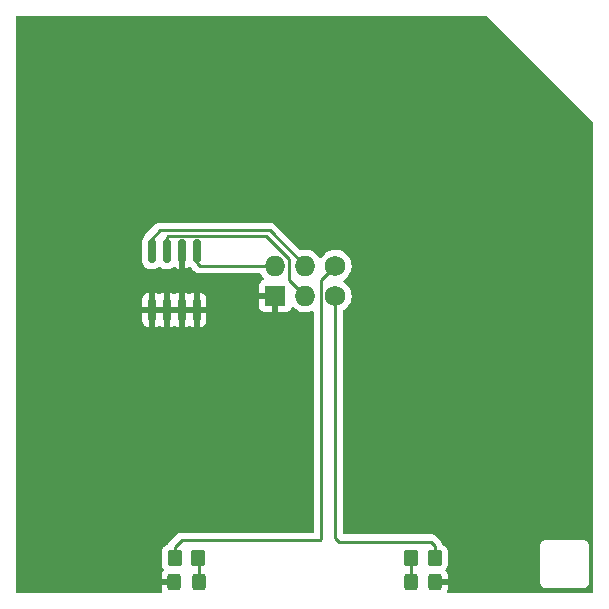
<source format=gbr>
%TF.GenerationSoftware,KiCad,Pcbnew,(6.0.4)*%
%TF.CreationDate,2022-04-09T23:35:01+02:00*%
%TF.ProjectId,diskette,6469736b-6574-4746-952e-6b696361645f,rev?*%
%TF.SameCoordinates,Original*%
%TF.FileFunction,Copper,L2,Bot*%
%TF.FilePolarity,Positive*%
%FSLAX46Y46*%
G04 Gerber Fmt 4.6, Leading zero omitted, Abs format (unit mm)*
G04 Created by KiCad (PCBNEW (6.0.4)) date 2022-04-09 23:35:01*
%MOMM*%
%LPD*%
G01*
G04 APERTURE LIST*
G04 Aperture macros list*
%AMRoundRect*
0 Rectangle with rounded corners*
0 $1 Rounding radius*
0 $2 $3 $4 $5 $6 $7 $8 $9 X,Y pos of 4 corners*
0 Add a 4 corners polygon primitive as box body*
4,1,4,$2,$3,$4,$5,$6,$7,$8,$9,$2,$3,0*
0 Add four circle primitives for the rounded corners*
1,1,$1+$1,$2,$3*
1,1,$1+$1,$4,$5*
1,1,$1+$1,$6,$7*
1,1,$1+$1,$8,$9*
0 Add four rect primitives between the rounded corners*
20,1,$1+$1,$2,$3,$4,$5,0*
20,1,$1+$1,$4,$5,$6,$7,0*
20,1,$1+$1,$6,$7,$8,$9,0*
20,1,$1+$1,$8,$9,$2,$3,0*%
G04 Aperture macros list end*
%TA.AperFunction,ComponentPad*%
%ADD10O,1.727200X1.727200*%
%TD*%
%TA.AperFunction,ComponentPad*%
%ADD11R,1.727200X1.727200*%
%TD*%
%TA.AperFunction,ComponentPad*%
%ADD12C,1.727200*%
%TD*%
%TA.AperFunction,SMDPad,CuDef*%
%ADD13RoundRect,0.250000X-0.350000X-0.450000X0.350000X-0.450000X0.350000X0.450000X-0.350000X0.450000X0*%
%TD*%
%TA.AperFunction,SMDPad,CuDef*%
%ADD14RoundRect,0.250000X0.325000X0.450000X-0.325000X0.450000X-0.325000X-0.450000X0.325000X-0.450000X0*%
%TD*%
%TA.AperFunction,SMDPad,CuDef*%
%ADD15RoundRect,0.250000X0.350000X0.450000X-0.350000X0.450000X-0.350000X-0.450000X0.350000X-0.450000X0*%
%TD*%
%TA.AperFunction,SMDPad,CuDef*%
%ADD16RoundRect,0.250000X-0.325000X-0.450000X0.325000X-0.450000X0.325000X0.450000X-0.325000X0.450000X0*%
%TD*%
%TA.AperFunction,SMDPad,CuDef*%
%ADD17RoundRect,0.150000X0.150000X-0.825000X0.150000X0.825000X-0.150000X0.825000X-0.150000X-0.825000X0*%
%TD*%
%TA.AperFunction,Conductor*%
%ADD18C,0.250000*%
%TD*%
G04 APERTURE END LIST*
D10*
%TO.P,X1,1,VCC*%
%TO.N,+3V3*%
X-2480000Y1250000D03*
D11*
%TO.P,X1,2,GND*%
%TO.N,GND*%
X-2480000Y-1290000D03*
D10*
%TO.P,X1,3,SDA*%
%TO.N,Net-(U1-Pad5)*%
X60000Y1250000D03*
%TO.P,X1,4,SCL*%
%TO.N,Net-(U1-Pad6)*%
X60000Y-1290000D03*
D12*
%TO.P,X1,5,GPIO1*%
%TO.N,Net-(R2-Pad1)*%
X2600000Y1250000D03*
%TO.P,X1,6,GPIO2*%
%TO.N,Net-(R1-Pad1)*%
X2600000Y-1290000D03*
%TD*%
D13*
%TO.P,R2,1*%
%TO.N,Net-(R2-Pad1)*%
X-11000000Y-23500000D03*
%TO.P,R2,2*%
%TO.N,Net-(D2-Pad2)*%
X-9000000Y-23500000D03*
%TD*%
D14*
%TO.P,D1,1,K*%
%TO.N,GND*%
X11025000Y-25500000D03*
%TO.P,D1,2,A*%
%TO.N,Net-(D1-Pad2)*%
X8975000Y-25500000D03*
%TD*%
D15*
%TO.P,R1,1*%
%TO.N,Net-(R1-Pad1)*%
X11000000Y-23500000D03*
%TO.P,R1,2*%
%TO.N,Net-(D1-Pad2)*%
X9000000Y-23500000D03*
%TD*%
D16*
%TO.P,D2,1,K*%
%TO.N,GND*%
X-11025000Y-25500000D03*
%TO.P,D2,2,A*%
%TO.N,Net-(D2-Pad2)*%
X-8975000Y-25500000D03*
%TD*%
D17*
%TO.P,U1,1,A0*%
%TO.N,GND*%
X-9144000Y-2475000D03*
%TO.P,U1,2,A1*%
X-10414000Y-2475000D03*
%TO.P,U1,3,A2*%
X-11684000Y-2475000D03*
%TO.P,U1,4,GND*%
X-12954000Y-2475000D03*
%TO.P,U1,5,SDA*%
%TO.N,Net-(U1-Pad5)*%
X-12954000Y2475000D03*
%TO.P,U1,6,SCL*%
%TO.N,Net-(U1-Pad6)*%
X-11684000Y2475000D03*
%TO.P,U1,7,WP*%
%TO.N,GND*%
X-10414000Y2475000D03*
%TO.P,U1,8,VCC*%
%TO.N,+3V3*%
X-9144000Y2475000D03*
%TD*%
D18*
%TO.N,Net-(U1-Pad5)*%
X-12250480Y4259520D02*
X-2949520Y4259520D01*
X-12954000Y3556000D02*
X-12250480Y4259520D01*
X-2949520Y4259520D02*
X60000Y1250000D01*
X-12954000Y2475000D02*
X-12954000Y3556000D01*
%TO.N,Net-(U1-Pad6)*%
X-11557000Y3810000D02*
X-11684000Y3683000D01*
X-1291889Y1799889D02*
X-3302000Y3810000D01*
X-3302000Y3810000D02*
X-11557000Y3810000D01*
X60000Y-1290000D02*
X-1291889Y61889D01*
X-1291889Y61889D02*
X-1291889Y1799889D01*
X-11684000Y3683000D02*
X-11684000Y2475000D01*
%TO.N,+3V3*%
X-8870000Y1250000D02*
X-9144000Y1524000D01*
X-9144000Y1524000D02*
X-9144000Y2475000D01*
X-2480000Y1250000D02*
X-8870000Y1250000D01*
%TO.N,Net-(D1-Pad2)*%
X8975000Y-23525000D02*
X9000000Y-23500000D01*
X8975000Y-25500000D02*
X8975000Y-23525000D01*
%TO.N,Net-(D2-Pad2)*%
X-8975000Y-25500000D02*
X-8975000Y-23525000D01*
X-8975000Y-23525000D02*
X-9000000Y-23500000D01*
%TO.N,Net-(R1-Pad1)*%
X10668000Y-22098000D02*
X2921000Y-22098000D01*
X11000000Y-22430000D02*
X10668000Y-22098000D01*
X2921000Y-22098000D02*
X2600000Y-21777000D01*
X11000000Y-23500000D02*
X11000000Y-22430000D01*
X2600000Y-21777000D02*
X2600000Y-1290000D01*
%TO.N,Net-(R2-Pad1)*%
X1411889Y-21829111D02*
X1270000Y-21971000D01*
X-11000000Y-22557000D02*
X-11000000Y-23500000D01*
X2600000Y1250000D02*
X1411889Y61889D01*
X-10414000Y-21971000D02*
X-11000000Y-22557000D01*
X1270000Y-21971000D02*
X-10414000Y-21971000D01*
X1411889Y61889D02*
X1411889Y-21829111D01*
%TD*%
%TA.AperFunction,Conductor*%
%TO.N,GND*%
G36*
X15399116Y22421598D02*
G01*
X15420090Y22404695D01*
X24404695Y13420090D01*
X24438721Y13357778D01*
X24441600Y13330995D01*
X24441600Y-26315600D01*
X24421598Y-26383721D01*
X24367942Y-26430214D01*
X24315600Y-26441600D01*
X12159662Y-26441600D01*
X12091541Y-26421598D01*
X12045048Y-26367942D01*
X12034944Y-26297668D01*
X12042366Y-26272760D01*
X12041658Y-26272525D01*
X12095138Y-26111290D01*
X12098005Y-26097914D01*
X12107672Y-26003562D01*
X12108000Y-25997146D01*
X12108000Y-25772115D01*
X12103525Y-25756876D01*
X12102135Y-25755671D01*
X12094452Y-25754000D01*
X10897000Y-25754000D01*
X10828879Y-25733998D01*
X10782386Y-25680342D01*
X10771000Y-25628000D01*
X10771000Y-25619721D01*
X19941024Y-25619721D01*
X19943491Y-25628352D01*
X19949150Y-25648153D01*
X19952728Y-25664915D01*
X19956920Y-25694187D01*
X19960634Y-25702355D01*
X19960634Y-25702356D01*
X19967548Y-25717562D01*
X19973996Y-25735086D01*
X19981051Y-25759771D01*
X19985843Y-25767365D01*
X19985844Y-25767368D01*
X19996830Y-25784780D01*
X20004969Y-25799863D01*
X20017208Y-25826782D01*
X20023069Y-25833584D01*
X20033970Y-25846235D01*
X20045073Y-25861239D01*
X20058776Y-25882958D01*
X20065501Y-25888897D01*
X20065504Y-25888901D01*
X20080938Y-25902532D01*
X20092982Y-25914724D01*
X20106427Y-25930327D01*
X20106430Y-25930329D01*
X20112287Y-25937127D01*
X20119816Y-25942007D01*
X20119817Y-25942008D01*
X20133835Y-25951094D01*
X20148709Y-25962385D01*
X20161217Y-25973431D01*
X20167951Y-25979378D01*
X20194711Y-25991942D01*
X20209691Y-26000263D01*
X20226983Y-26011471D01*
X20226988Y-26011473D01*
X20234515Y-26016352D01*
X20243108Y-26018922D01*
X20243113Y-26018924D01*
X20259120Y-26023711D01*
X20276564Y-26030372D01*
X20291676Y-26037467D01*
X20291678Y-26037468D01*
X20299800Y-26041281D01*
X20308667Y-26042662D01*
X20308668Y-26042662D01*
X20311353Y-26043080D01*
X20329017Y-26045830D01*
X20345732Y-26049613D01*
X20365466Y-26055515D01*
X20365472Y-26055516D01*
X20374066Y-26058086D01*
X20383037Y-26058141D01*
X20383038Y-26058141D01*
X20393097Y-26058202D01*
X20408506Y-26058296D01*
X20409289Y-26058329D01*
X20410386Y-26058500D01*
X20441377Y-26058500D01*
X20442147Y-26058502D01*
X20515785Y-26058952D01*
X20515786Y-26058952D01*
X20519721Y-26058976D01*
X20521065Y-26058592D01*
X20522410Y-26058500D01*
X23541377Y-26058500D01*
X23542148Y-26058502D01*
X23619721Y-26058976D01*
X23648152Y-26050850D01*
X23664915Y-26047272D01*
X23665753Y-26047152D01*
X23694187Y-26043080D01*
X23717564Y-26032451D01*
X23735087Y-26026004D01*
X23759771Y-26018949D01*
X23767365Y-26014157D01*
X23767368Y-26014156D01*
X23784780Y-26003170D01*
X23799865Y-25995030D01*
X23826782Y-25982792D01*
X23846235Y-25966030D01*
X23861239Y-25954927D01*
X23882958Y-25941224D01*
X23888897Y-25934499D01*
X23888901Y-25934496D01*
X23902532Y-25919062D01*
X23914724Y-25907018D01*
X23930327Y-25893573D01*
X23930329Y-25893570D01*
X23937127Y-25887713D01*
X23951094Y-25866165D01*
X23962385Y-25851291D01*
X23973431Y-25838783D01*
X23973432Y-25838782D01*
X23979378Y-25832049D01*
X23991943Y-25805287D01*
X24000263Y-25790309D01*
X24011471Y-25773017D01*
X24011473Y-25773012D01*
X24016352Y-25765485D01*
X24018922Y-25756892D01*
X24018924Y-25756887D01*
X24023711Y-25740880D01*
X24030372Y-25723436D01*
X24037467Y-25708324D01*
X24037468Y-25708322D01*
X24041281Y-25700200D01*
X24045830Y-25670983D01*
X24049613Y-25654268D01*
X24055515Y-25634534D01*
X24055516Y-25634528D01*
X24058086Y-25625934D01*
X24058296Y-25591494D01*
X24058329Y-25590711D01*
X24058500Y-25589614D01*
X24058500Y-25558623D01*
X24058502Y-25557853D01*
X24058952Y-25484215D01*
X24058952Y-25484214D01*
X24058976Y-25480279D01*
X24058592Y-25478935D01*
X24058500Y-25477590D01*
X24058500Y-22458623D01*
X24058502Y-22457853D01*
X24058800Y-22409102D01*
X24058976Y-22380279D01*
X24050850Y-22351847D01*
X24047272Y-22335085D01*
X24045796Y-22324779D01*
X24043080Y-22305813D01*
X24032451Y-22282436D01*
X24026004Y-22264913D01*
X24024348Y-22259120D01*
X24018949Y-22240229D01*
X24012553Y-22230092D01*
X24003170Y-22215220D01*
X23995030Y-22200135D01*
X23992564Y-22194711D01*
X23982792Y-22173218D01*
X23966030Y-22153765D01*
X23954927Y-22138761D01*
X23941224Y-22117042D01*
X23934499Y-22111103D01*
X23934496Y-22111099D01*
X23919062Y-22097468D01*
X23907018Y-22085276D01*
X23893573Y-22069673D01*
X23893570Y-22069671D01*
X23887713Y-22062873D01*
X23874009Y-22053990D01*
X23866165Y-22048906D01*
X23851291Y-22037615D01*
X23838783Y-22026569D01*
X23838782Y-22026568D01*
X23832049Y-22020622D01*
X23805287Y-22008057D01*
X23790309Y-21999737D01*
X23773017Y-21988529D01*
X23773012Y-21988527D01*
X23765485Y-21983648D01*
X23756892Y-21981078D01*
X23756887Y-21981076D01*
X23740880Y-21976289D01*
X23723436Y-21969628D01*
X23708324Y-21962533D01*
X23708322Y-21962532D01*
X23700200Y-21958719D01*
X23691333Y-21957338D01*
X23691332Y-21957338D01*
X23680478Y-21955648D01*
X23670983Y-21954170D01*
X23654268Y-21950387D01*
X23634534Y-21944485D01*
X23634528Y-21944484D01*
X23625934Y-21941914D01*
X23616963Y-21941859D01*
X23616962Y-21941859D01*
X23606903Y-21941798D01*
X23591494Y-21941704D01*
X23590711Y-21941671D01*
X23589614Y-21941500D01*
X23558623Y-21941500D01*
X23557853Y-21941498D01*
X23484215Y-21941048D01*
X23484214Y-21941048D01*
X23480279Y-21941024D01*
X23478935Y-21941408D01*
X23477590Y-21941500D01*
X20458623Y-21941500D01*
X20457853Y-21941498D01*
X20457037Y-21941493D01*
X20380279Y-21941024D01*
X20357918Y-21947415D01*
X20351847Y-21949150D01*
X20335085Y-21952728D01*
X20305813Y-21956920D01*
X20297645Y-21960634D01*
X20297644Y-21960634D01*
X20282438Y-21967548D01*
X20264914Y-21973996D01*
X20240229Y-21981051D01*
X20232635Y-21985843D01*
X20232632Y-21985844D01*
X20215220Y-21996830D01*
X20200137Y-22004969D01*
X20173218Y-22017208D01*
X20166416Y-22023069D01*
X20153765Y-22033970D01*
X20138761Y-22045073D01*
X20117042Y-22058776D01*
X20111103Y-22065501D01*
X20111099Y-22065504D01*
X20097468Y-22080938D01*
X20085276Y-22092982D01*
X20069673Y-22106427D01*
X20069671Y-22106430D01*
X20062873Y-22112287D01*
X20057993Y-22119816D01*
X20057992Y-22119817D01*
X20048906Y-22133835D01*
X20037615Y-22148709D01*
X20029858Y-22157493D01*
X20020622Y-22167951D01*
X20010914Y-22188628D01*
X20008058Y-22194711D01*
X19999737Y-22209691D01*
X19988529Y-22226983D01*
X19988527Y-22226988D01*
X19983648Y-22234515D01*
X19981078Y-22243108D01*
X19981076Y-22243113D01*
X19976289Y-22259120D01*
X19969628Y-22276564D01*
X19965926Y-22284450D01*
X19958719Y-22299800D01*
X19954830Y-22324779D01*
X19954170Y-22329015D01*
X19950387Y-22345732D01*
X19944485Y-22365466D01*
X19944484Y-22365472D01*
X19941914Y-22374066D01*
X19941859Y-22383037D01*
X19941859Y-22383038D01*
X19941704Y-22408497D01*
X19941671Y-22409289D01*
X19941500Y-22410386D01*
X19941500Y-22441377D01*
X19941498Y-22442147D01*
X19941024Y-22519721D01*
X19941408Y-22521065D01*
X19941500Y-22522410D01*
X19941500Y-25541377D01*
X19941498Y-25542147D01*
X19941024Y-25619721D01*
X10771000Y-25619721D01*
X10771000Y-25372000D01*
X10791002Y-25303879D01*
X10844658Y-25257386D01*
X10897000Y-25246000D01*
X12089884Y-25246000D01*
X12105123Y-25241525D01*
X12106328Y-25240135D01*
X12107999Y-25232452D01*
X12107999Y-25002905D01*
X12107662Y-24996386D01*
X12097743Y-24900794D01*
X12094851Y-24887400D01*
X12043412Y-24733216D01*
X12037239Y-24720038D01*
X11951936Y-24582191D01*
X11949145Y-24578670D01*
X11922506Y-24512860D01*
X11935676Y-24443096D01*
X11946696Y-24425917D01*
X11949305Y-24423303D01*
X11953146Y-24417073D01*
X12038275Y-24278968D01*
X12038276Y-24278966D01*
X12042115Y-24272738D01*
X12097797Y-24104861D01*
X12108500Y-24000400D01*
X12108500Y-22999600D01*
X12097526Y-22893834D01*
X12041550Y-22726054D01*
X11948478Y-22575652D01*
X11929812Y-22557018D01*
X11828483Y-22455866D01*
X11823303Y-22450695D01*
X11808905Y-22441820D01*
X11676775Y-22360373D01*
X11629281Y-22307600D01*
X11620850Y-22284450D01*
X11619467Y-22279064D01*
X11618474Y-22271203D01*
X11615555Y-22263829D01*
X11602198Y-22230092D01*
X11598354Y-22218865D01*
X11591336Y-22194711D01*
X11586018Y-22176407D01*
X11578426Y-22163570D01*
X11575707Y-22158972D01*
X11567012Y-22141224D01*
X11559552Y-22122383D01*
X11553935Y-22114651D01*
X11533564Y-22086613D01*
X11527048Y-22076693D01*
X11513621Y-22053990D01*
X11504542Y-22038638D01*
X11498936Y-22033031D01*
X11490220Y-22024315D01*
X11477379Y-22009281D01*
X11476491Y-22008058D01*
X11473837Y-22004406D01*
X11470131Y-21999305D01*
X11470130Y-21999304D01*
X11465472Y-21992893D01*
X11431407Y-21964712D01*
X11422626Y-21956722D01*
X11171647Y-21705742D01*
X11164113Y-21697463D01*
X11160000Y-21690982D01*
X11110347Y-21644355D01*
X11107506Y-21641601D01*
X11087770Y-21621865D01*
X11084573Y-21619385D01*
X11075551Y-21611680D01*
X11049100Y-21586841D01*
X11043321Y-21581414D01*
X11036375Y-21577595D01*
X11036372Y-21577593D01*
X11025566Y-21571652D01*
X11009047Y-21560801D01*
X11008583Y-21560441D01*
X10993041Y-21548386D01*
X10985772Y-21545241D01*
X10985768Y-21545238D01*
X10952463Y-21530826D01*
X10941813Y-21525609D01*
X10903060Y-21504305D01*
X10883437Y-21499267D01*
X10864734Y-21492863D01*
X10853420Y-21487967D01*
X10853419Y-21487967D01*
X10846145Y-21484819D01*
X10838322Y-21483580D01*
X10838312Y-21483577D01*
X10802476Y-21477901D01*
X10790856Y-21475495D01*
X10755711Y-21466472D01*
X10755710Y-21466472D01*
X10748030Y-21464500D01*
X10727776Y-21464500D01*
X10708065Y-21462949D01*
X10695886Y-21461020D01*
X10688057Y-21459780D01*
X10680165Y-21460526D01*
X10644039Y-21463941D01*
X10632181Y-21464500D01*
X3359500Y-21464500D01*
X3291379Y-21444498D01*
X3244886Y-21390842D01*
X3233500Y-21338500D01*
X3233500Y-2586217D01*
X3253502Y-2518096D01*
X3296991Y-2479376D01*
X3295897Y-2477541D01*
X3300342Y-2474891D01*
X3304982Y-2472618D01*
X3346216Y-2443206D01*
X3484455Y-2344601D01*
X3484459Y-2344597D01*
X3488667Y-2341596D01*
X3648487Y-2182333D01*
X3780150Y-1999105D01*
X3880118Y-1796835D01*
X3945708Y-1580952D01*
X3950573Y-1544000D01*
X3974721Y-1360578D01*
X3974722Y-1360572D01*
X3975158Y-1357256D01*
X3976802Y-1290000D01*
X3958315Y-1065132D01*
X3903349Y-846304D01*
X3813380Y-639391D01*
X3690826Y-449951D01*
X3538977Y-283071D01*
X3534926Y-279872D01*
X3534922Y-279868D01*
X3365966Y-146434D01*
X3365962Y-146432D01*
X3361911Y-143232D01*
X3338535Y-130328D01*
X3288564Y-79896D01*
X3273792Y-10453D01*
X3298908Y55953D01*
X3326259Y82559D01*
X3484455Y195399D01*
X3484459Y195403D01*
X3488667Y198404D01*
X3648487Y357667D01*
X3780150Y540895D01*
X3870475Y723654D01*
X3877824Y738523D01*
X3877825Y738525D01*
X3880118Y743165D01*
X3945708Y959048D01*
X3946383Y964174D01*
X3974721Y1179422D01*
X3974722Y1179428D01*
X3975158Y1182744D01*
X3976802Y1250000D01*
X3958315Y1474868D01*
X3903349Y1693696D01*
X3813380Y1900609D01*
X3765282Y1974957D01*
X3693634Y2085709D01*
X3693632Y2085712D01*
X3690826Y2090049D01*
X3538977Y2256929D01*
X3534926Y2260128D01*
X3534922Y2260132D01*
X3365966Y2393566D01*
X3365962Y2393568D01*
X3361911Y2396768D01*
X3164383Y2505809D01*
X2951698Y2581124D01*
X2901297Y2590102D01*
X2734657Y2619786D01*
X2734653Y2619786D01*
X2729569Y2620692D01*
X2657574Y2621571D01*
X2509129Y2623385D01*
X2509127Y2623385D01*
X2503959Y2623448D01*
X2280929Y2589320D01*
X2066468Y2519223D01*
X1866335Y2415040D01*
X1862202Y2411937D01*
X1862199Y2411935D01*
X1837734Y2393566D01*
X1685905Y2279570D01*
X1530024Y2116450D01*
X1527112Y2112181D01*
X1527106Y2112173D01*
X1433503Y1974957D01*
X1378592Y1929954D01*
X1308067Y1921783D01*
X1244320Y1953037D01*
X1223623Y1977521D01*
X1153634Y2085709D01*
X1153632Y2085712D01*
X1150826Y2090049D01*
X998977Y2256929D01*
X994926Y2260128D01*
X994922Y2260132D01*
X825966Y2393566D01*
X825962Y2393568D01*
X821911Y2396768D01*
X624383Y2505809D01*
X411698Y2581124D01*
X361297Y2590102D01*
X194657Y2619786D01*
X194653Y2619786D01*
X189569Y2620692D01*
X117574Y2621571D01*
X-30871Y2623385D01*
X-30873Y2623385D01*
X-36041Y2623448D01*
X-184377Y2600750D01*
X-253962Y2590102D01*
X-253965Y2590101D01*
X-259071Y2589320D01*
X-263980Y2587715D01*
X-263986Y2587714D01*
X-279254Y2582724D01*
X-350218Y2580575D01*
X-407491Y2613395D01*
X-2445868Y4651773D01*
X-2453408Y4660059D01*
X-2457520Y4666538D01*
X-2507172Y4713164D01*
X-2510013Y4715918D01*
X-2529750Y4735655D01*
X-2532947Y4738135D01*
X-2541969Y4745840D01*
X-2546123Y4749741D01*
X-2574199Y4776106D01*
X-2581145Y4779925D01*
X-2581148Y4779927D01*
X-2591954Y4785868D01*
X-2608473Y4796719D01*
X-2608937Y4797079D01*
X-2624479Y4809134D01*
X-2631748Y4812279D01*
X-2631752Y4812282D01*
X-2665057Y4826694D01*
X-2675707Y4831911D01*
X-2714460Y4853215D01*
X-2734083Y4858253D01*
X-2752786Y4864657D01*
X-2764100Y4869553D01*
X-2764101Y4869553D01*
X-2771375Y4872701D01*
X-2779198Y4873940D01*
X-2779208Y4873943D01*
X-2815044Y4879619D01*
X-2826664Y4882025D01*
X-2861809Y4891048D01*
X-2861810Y4891048D01*
X-2869490Y4893020D01*
X-2889744Y4893020D01*
X-2909455Y4894571D01*
X-2921634Y4896500D01*
X-2929463Y4897740D01*
X-2958734Y4894973D01*
X-2973481Y4893579D01*
X-2985339Y4893020D01*
X-12171712Y4893020D01*
X-12182895Y4893547D01*
X-12190388Y4895222D01*
X-12198314Y4894973D01*
X-12198315Y4894973D01*
X-12258478Y4893082D01*
X-12262436Y4893020D01*
X-12290336Y4893020D01*
X-12294326Y4892516D01*
X-12306160Y4891584D01*
X-12350369Y4890194D01*
X-12357985Y4887981D01*
X-12357987Y4887981D01*
X-12369828Y4884541D01*
X-12389187Y4880532D01*
X-12390497Y4880366D01*
X-12409277Y4877994D01*
X-12416643Y4875078D01*
X-12416649Y4875076D01*
X-12450382Y4861720D01*
X-12461612Y4857875D01*
X-12477652Y4853215D01*
X-12504073Y4845539D01*
X-12510896Y4841504D01*
X-12521514Y4835225D01*
X-12539267Y4826528D01*
X-12546912Y4823501D01*
X-12558097Y4819072D01*
X-12571775Y4809134D01*
X-12593868Y4793083D01*
X-12603785Y4786569D01*
X-12641842Y4764062D01*
X-12656163Y4749741D01*
X-12671196Y4736901D01*
X-12687587Y4724992D01*
X-12713964Y4693107D01*
X-12715768Y4690927D01*
X-12723758Y4682146D01*
X-13346258Y4059647D01*
X-13354537Y4052113D01*
X-13361018Y4048000D01*
X-13407643Y3998349D01*
X-13410398Y3995507D01*
X-13430135Y3975770D01*
X-13432615Y3972573D01*
X-13440318Y3963553D01*
X-13470586Y3931321D01*
X-13474405Y3924375D01*
X-13474407Y3924372D01*
X-13480348Y3913566D01*
X-13491199Y3897047D01*
X-13503614Y3881041D01*
X-13506759Y3873772D01*
X-13506762Y3873768D01*
X-13521174Y3840463D01*
X-13526391Y3829813D01*
X-13543324Y3799010D01*
X-13564644Y3770616D01*
X-13628453Y3706807D01*
X-13632489Y3699983D01*
X-13632491Y3699980D01*
X-13696107Y3592411D01*
X-13713145Y3563601D01*
X-13759562Y3403831D01*
X-13762500Y3366502D01*
X-13762500Y1583498D01*
X-13759562Y1546169D01*
X-13713145Y1386399D01*
X-13709108Y1379573D01*
X-13632491Y1250020D01*
X-13632489Y1250017D01*
X-13628453Y1243193D01*
X-13510807Y1125547D01*
X-13503984Y1121512D01*
X-13503980Y1121509D01*
X-13396411Y1057893D01*
X-13367601Y1040855D01*
X-13359990Y1038644D01*
X-13359988Y1038643D01*
X-13324665Y1028381D01*
X-13207831Y994438D01*
X-13201426Y993934D01*
X-13201421Y993933D01*
X-13172958Y991693D01*
X-13172950Y991693D01*
X-13170502Y991500D01*
X-12737498Y991500D01*
X-12735050Y991693D01*
X-12735042Y991693D01*
X-12706579Y993933D01*
X-12706574Y993934D01*
X-12700169Y994438D01*
X-12583335Y1028381D01*
X-12548012Y1038643D01*
X-12548010Y1038644D01*
X-12540399Y1040855D01*
X-12397193Y1125547D01*
X-12394511Y1128229D01*
X-12330139Y1153502D01*
X-12260516Y1139600D01*
X-12244688Y1129428D01*
X-12240807Y1125547D01*
X-12097601Y1040855D01*
X-12089990Y1038644D01*
X-12089988Y1038643D01*
X-12054665Y1028381D01*
X-11937831Y994438D01*
X-11931426Y993934D01*
X-11931421Y993933D01*
X-11902958Y991693D01*
X-11902950Y991693D01*
X-11900502Y991500D01*
X-11467498Y991500D01*
X-11465050Y991693D01*
X-11465042Y991693D01*
X-11436579Y993933D01*
X-11436574Y993934D01*
X-11430169Y994438D01*
X-11313335Y1028381D01*
X-11278012Y1038643D01*
X-11278010Y1038644D01*
X-11270399Y1040855D01*
X-11127193Y1125547D01*
X-11124253Y1128487D01*
X-11059729Y1153821D01*
X-10990106Y1139920D01*
X-10971360Y1127871D01*
X-10963677Y1121911D01*
X-10834221Y1045352D01*
X-10819790Y1039107D01*
X-10685395Y1000061D01*
X-10671294Y1000101D01*
X-10668000Y1007370D01*
X-10668000Y2603000D01*
X-10647998Y2671121D01*
X-10594342Y2717614D01*
X-10542000Y2729000D01*
X-10286000Y2729000D01*
X-10217879Y2708998D01*
X-10171386Y2655342D01*
X-10160000Y2603000D01*
X-10160000Y1013122D01*
X-10156027Y999591D01*
X-10148129Y998456D01*
X-10008210Y1039107D01*
X-9993779Y1045352D01*
X-9864324Y1121910D01*
X-9856636Y1127874D01*
X-9790551Y1153821D01*
X-9720928Y1139920D01*
X-9704842Y1129582D01*
X-9700807Y1125547D01*
X-9693979Y1121509D01*
X-9693976Y1121507D01*
X-9569241Y1047739D01*
X-9544285Y1028381D01*
X-9373657Y857753D01*
X-9366113Y849463D01*
X-9362000Y842982D01*
X-9356223Y837557D01*
X-9312333Y796342D01*
X-9309491Y793587D01*
X-9289769Y773865D01*
X-9286645Y771442D01*
X-9286641Y771438D01*
X-9286576Y771388D01*
X-9277555Y763683D01*
X-9245321Y733414D01*
X-9238373Y729595D01*
X-9238371Y729593D01*
X-9227568Y723654D01*
X-9211041Y712798D01*
X-9201302Y705243D01*
X-9201300Y705242D01*
X-9195040Y700386D01*
X-9154460Y682826D01*
X-9143812Y677609D01*
X-9105060Y656305D01*
X-9097384Y654334D01*
X-9097381Y654333D01*
X-9085438Y651267D01*
X-9066733Y644863D01*
X-9048145Y636819D01*
X-9040322Y635580D01*
X-9040312Y635577D01*
X-9004476Y629901D01*
X-8992856Y627495D01*
X-8957711Y618472D01*
X-8950030Y616500D01*
X-8929776Y616500D01*
X-8910066Y614949D01*
X-8890057Y611780D01*
X-8882165Y612526D01*
X-8846039Y615941D01*
X-8834181Y616500D01*
X-3771676Y616500D01*
X-3703555Y596498D01*
X-3664243Y556335D01*
X-3591025Y436853D01*
X-3445587Y268955D01*
X-3445586Y268954D01*
X-3443298Y266313D01*
X-3443843Y265841D01*
X-3411150Y207424D01*
X-3415475Y136560D01*
X-3457427Y79283D01*
X-3489754Y61376D01*
X-3581654Y26924D01*
X-3597249Y18386D01*
X-3699324Y-58115D01*
X-3711885Y-70676D01*
X-3788386Y-172751D01*
X-3796924Y-188346D01*
X-3842078Y-308794D01*
X-3845705Y-324049D01*
X-3851231Y-374914D01*
X-3851600Y-381728D01*
X-3851600Y-1017885D01*
X-3847125Y-1033124D01*
X-3845735Y-1034329D01*
X-3838052Y-1036000D01*
X-2352000Y-1036000D01*
X-2283879Y-1056002D01*
X-2237386Y-1109658D01*
X-2226000Y-1162000D01*
X-2226000Y-2643484D01*
X-2221525Y-2658723D01*
X-2220135Y-2659928D01*
X-2212452Y-2661599D01*
X-1571731Y-2661599D01*
X-1564910Y-2661229D01*
X-1514048Y-2655705D01*
X-1498796Y-2652079D01*
X-1378346Y-2606924D01*
X-1362751Y-2598386D01*
X-1260676Y-2521885D01*
X-1248115Y-2509324D01*
X-1171614Y-2407249D01*
X-1163076Y-2391654D01*
X-1128159Y-2298515D01*
X-1085517Y-2241750D01*
X-1018955Y-2217051D01*
X-949606Y-2232259D01*
X-914940Y-2260247D01*
X-903298Y-2273687D01*
X-729701Y-2417810D01*
X-725249Y-2420412D01*
X-725244Y-2420415D01*
X-575982Y-2507637D01*
X-534897Y-2531645D01*
X-324116Y-2612134D01*
X-319048Y-2613165D01*
X-319045Y-2613166D01*
X-239645Y-2629320D01*
X-103019Y-2657117D01*
X-97844Y-2657307D01*
X-97842Y-2657307D01*
X117292Y-2665196D01*
X117296Y-2665196D01*
X122456Y-2665385D01*
X127576Y-2664729D01*
X127578Y-2664729D01*
X198020Y-2655705D01*
X346253Y-2636716D01*
X351202Y-2635231D01*
X351208Y-2635230D01*
X557413Y-2573365D01*
X557412Y-2573365D01*
X562363Y-2571880D01*
X596958Y-2554932D01*
X666932Y-2542926D01*
X732289Y-2570657D01*
X772278Y-2629320D01*
X778389Y-2668084D01*
X778389Y-21211500D01*
X758387Y-21279621D01*
X704731Y-21326114D01*
X652389Y-21337500D01*
X-10335233Y-21337500D01*
X-10346416Y-21336973D01*
X-10353909Y-21335298D01*
X-10361835Y-21335547D01*
X-10361836Y-21335547D01*
X-10421986Y-21337438D01*
X-10425945Y-21337500D01*
X-10453856Y-21337500D01*
X-10457790Y-21337997D01*
X-10457791Y-21337997D01*
X-10457856Y-21338005D01*
X-10469693Y-21338938D01*
X-10501510Y-21339938D01*
X-10505971Y-21340078D01*
X-10513890Y-21340327D01*
X-10531546Y-21345456D01*
X-10533342Y-21345978D01*
X-10552694Y-21349986D01*
X-10559765Y-21350880D01*
X-10572797Y-21352526D01*
X-10580166Y-21355443D01*
X-10580168Y-21355444D01*
X-10613903Y-21368800D01*
X-10625131Y-21372645D01*
X-10667593Y-21384982D01*
X-10674416Y-21389017D01*
X-10674418Y-21389018D01*
X-10685028Y-21395293D01*
X-10702776Y-21403988D01*
X-10721617Y-21411448D01*
X-10728033Y-21416110D01*
X-10728034Y-21416110D01*
X-10757387Y-21437436D01*
X-10767307Y-21443952D01*
X-10798535Y-21462420D01*
X-10798538Y-21462422D01*
X-10805362Y-21466458D01*
X-10819683Y-21480779D01*
X-10834716Y-21493619D01*
X-10851107Y-21505528D01*
X-10872035Y-21530826D01*
X-10879288Y-21539593D01*
X-10887278Y-21548374D01*
X-11392258Y-22053353D01*
X-11400537Y-22060887D01*
X-11407018Y-22065000D01*
X-11451423Y-22112287D01*
X-11453643Y-22114651D01*
X-11456398Y-22117493D01*
X-11476135Y-22137230D01*
X-11478615Y-22140427D01*
X-11486318Y-22149447D01*
X-11516586Y-22181679D01*
X-11520405Y-22188625D01*
X-11520407Y-22188628D01*
X-11526348Y-22199434D01*
X-11537199Y-22215953D01*
X-11549614Y-22231959D01*
X-11552759Y-22239228D01*
X-11552762Y-22239232D01*
X-11567174Y-22272537D01*
X-11572391Y-22283188D01*
X-11576494Y-22290652D01*
X-11626841Y-22340709D01*
X-11647030Y-22349470D01*
X-11667002Y-22356133D01*
X-11667004Y-22356134D01*
X-11673946Y-22358450D01*
X-11680170Y-22362301D01*
X-11680171Y-22362302D01*
X-11737578Y-22397827D01*
X-11824348Y-22451522D01*
X-11949305Y-22576697D01*
X-11953145Y-22582927D01*
X-11953146Y-22582928D01*
X-12032202Y-22711181D01*
X-12042115Y-22727262D01*
X-12097797Y-22895139D01*
X-12108500Y-22999600D01*
X-12108500Y-24000400D01*
X-12097526Y-24106166D01*
X-12041550Y-24273946D01*
X-11948478Y-24424348D01*
X-11948096Y-24424729D01*
X-11922506Y-24487956D01*
X-11935678Y-24557720D01*
X-11949009Y-24578503D01*
X-11952753Y-24583243D01*
X-12037816Y-24721243D01*
X-12043963Y-24734424D01*
X-12095138Y-24888710D01*
X-12098005Y-24902086D01*
X-12107672Y-24996438D01*
X-12108000Y-25002855D01*
X-12108000Y-25227885D01*
X-12103525Y-25243124D01*
X-12102135Y-25244329D01*
X-12094452Y-25246000D01*
X-10897000Y-25246000D01*
X-10828879Y-25266002D01*
X-10782386Y-25319658D01*
X-10771000Y-25372000D01*
X-10771000Y-25628000D01*
X-10791002Y-25696121D01*
X-10844658Y-25742614D01*
X-10897000Y-25754000D01*
X-12089884Y-25754000D01*
X-12105123Y-25758475D01*
X-12106328Y-25759865D01*
X-12107999Y-25767548D01*
X-12107999Y-25997095D01*
X-12107662Y-26003614D01*
X-12097743Y-26099206D01*
X-12094851Y-26112600D01*
X-12041094Y-26273732D01*
X-12043671Y-26274592D01*
X-12034801Y-26332330D01*
X-12063670Y-26397192D01*
X-12123024Y-26436149D01*
X-12159685Y-26441600D01*
X-24315600Y-26441600D01*
X-24383721Y-26421598D01*
X-24430214Y-26367942D01*
X-24441600Y-26315600D01*
X-24441600Y-3363984D01*
X-13761999Y-3363984D01*
X-13761805Y-3368920D01*
X-13759570Y-3397336D01*
X-13757270Y-3409931D01*
X-13714893Y-3555790D01*
X-13708648Y-3570221D01*
X-13632089Y-3699678D01*
X-13622449Y-3712104D01*
X-13516104Y-3818449D01*
X-13503678Y-3828089D01*
X-13374221Y-3904648D01*
X-13359790Y-3910893D01*
X-13225395Y-3949939D01*
X-13211294Y-3949899D01*
X-13208000Y-3942630D01*
X-13208000Y-3936878D01*
X-12700000Y-3936878D01*
X-12696027Y-3950409D01*
X-12688129Y-3951544D01*
X-12548210Y-3910893D01*
X-12533779Y-3904648D01*
X-12404322Y-3828088D01*
X-12396230Y-3821811D01*
X-12330146Y-3795861D01*
X-12260523Y-3809759D01*
X-12241770Y-3821811D01*
X-12233678Y-3828088D01*
X-12104221Y-3904648D01*
X-12089790Y-3910893D01*
X-11955395Y-3949939D01*
X-11941294Y-3949899D01*
X-11938000Y-3942630D01*
X-11938000Y-3936878D01*
X-11430000Y-3936878D01*
X-11426027Y-3950409D01*
X-11418129Y-3951544D01*
X-11278210Y-3910893D01*
X-11263779Y-3904648D01*
X-11134322Y-3828088D01*
X-11126230Y-3821811D01*
X-11060146Y-3795861D01*
X-10990523Y-3809759D01*
X-10971770Y-3821811D01*
X-10963678Y-3828088D01*
X-10834221Y-3904648D01*
X-10819790Y-3910893D01*
X-10685395Y-3949939D01*
X-10671294Y-3949899D01*
X-10668000Y-3942630D01*
X-10668000Y-3936878D01*
X-10160000Y-3936878D01*
X-10156027Y-3950409D01*
X-10148129Y-3951544D01*
X-10008210Y-3910893D01*
X-9993779Y-3904648D01*
X-9864322Y-3828088D01*
X-9856230Y-3821811D01*
X-9790146Y-3795861D01*
X-9720523Y-3809759D01*
X-9701770Y-3821811D01*
X-9693678Y-3828088D01*
X-9564221Y-3904648D01*
X-9549790Y-3910893D01*
X-9415395Y-3949939D01*
X-9401294Y-3949899D01*
X-9398000Y-3942630D01*
X-9398000Y-3936878D01*
X-8890000Y-3936878D01*
X-8886027Y-3950409D01*
X-8878129Y-3951544D01*
X-8738210Y-3910893D01*
X-8723779Y-3904648D01*
X-8594322Y-3828089D01*
X-8581896Y-3818449D01*
X-8475551Y-3712104D01*
X-8465911Y-3699678D01*
X-8389352Y-3570221D01*
X-8383107Y-3555790D01*
X-8340731Y-3409935D01*
X-8338430Y-3397333D01*
X-8336193Y-3368916D01*
X-8336000Y-3363986D01*
X-8336000Y-2747115D01*
X-8340475Y-2731876D01*
X-8341865Y-2730671D01*
X-8349548Y-2729000D01*
X-8871885Y-2729000D01*
X-8887124Y-2733475D01*
X-8888329Y-2734865D01*
X-8890000Y-2742548D01*
X-8890000Y-3936878D01*
X-9398000Y-3936878D01*
X-9398000Y-2747115D01*
X-9402475Y-2731876D01*
X-9403865Y-2730671D01*
X-9411548Y-2729000D01*
X-10141885Y-2729000D01*
X-10157124Y-2733475D01*
X-10158329Y-2734865D01*
X-10160000Y-2742548D01*
X-10160000Y-3936878D01*
X-10668000Y-3936878D01*
X-10668000Y-2747115D01*
X-10672475Y-2731876D01*
X-10673865Y-2730671D01*
X-10681548Y-2729000D01*
X-11411885Y-2729000D01*
X-11427124Y-2733475D01*
X-11428329Y-2734865D01*
X-11430000Y-2742548D01*
X-11430000Y-3936878D01*
X-11938000Y-3936878D01*
X-11938000Y-2747115D01*
X-11942475Y-2731876D01*
X-11943865Y-2730671D01*
X-11951548Y-2729000D01*
X-12681885Y-2729000D01*
X-12697124Y-2733475D01*
X-12698329Y-2734865D01*
X-12700000Y-2742548D01*
X-12700000Y-3936878D01*
X-13208000Y-3936878D01*
X-13208000Y-2747115D01*
X-13212475Y-2731876D01*
X-13213865Y-2730671D01*
X-13221548Y-2729000D01*
X-13743884Y-2729000D01*
X-13759123Y-2733475D01*
X-13760328Y-2734865D01*
X-13761999Y-2742548D01*
X-13761999Y-3363984D01*
X-24441600Y-3363984D01*
X-24441600Y-2202885D01*
X-13762000Y-2202885D01*
X-13757525Y-2218124D01*
X-13756135Y-2219329D01*
X-13748452Y-2221000D01*
X-13226115Y-2221000D01*
X-13210876Y-2216525D01*
X-13209671Y-2215135D01*
X-13208000Y-2207452D01*
X-13208000Y-2202885D01*
X-12700000Y-2202885D01*
X-12695525Y-2218124D01*
X-12694135Y-2219329D01*
X-12686452Y-2221000D01*
X-11956115Y-2221000D01*
X-11940876Y-2216525D01*
X-11939671Y-2215135D01*
X-11938000Y-2207452D01*
X-11938000Y-2202885D01*
X-11430000Y-2202885D01*
X-11425525Y-2218124D01*
X-11424135Y-2219329D01*
X-11416452Y-2221000D01*
X-10686115Y-2221000D01*
X-10670876Y-2216525D01*
X-10669671Y-2215135D01*
X-10668000Y-2207452D01*
X-10668000Y-2202885D01*
X-10160000Y-2202885D01*
X-10155525Y-2218124D01*
X-10154135Y-2219329D01*
X-10146452Y-2221000D01*
X-9416115Y-2221000D01*
X-9400876Y-2216525D01*
X-9399671Y-2215135D01*
X-9398000Y-2207452D01*
X-9398000Y-2202885D01*
X-8890000Y-2202885D01*
X-8885525Y-2218124D01*
X-8884135Y-2219329D01*
X-8876452Y-2221000D01*
X-8354116Y-2221000D01*
X-8338877Y-2216525D01*
X-8337672Y-2215135D01*
X-8336001Y-2207452D01*
X-8336001Y-2198269D01*
X-3851599Y-2198269D01*
X-3851229Y-2205090D01*
X-3845705Y-2255952D01*
X-3842079Y-2271204D01*
X-3796924Y-2391654D01*
X-3788386Y-2407249D01*
X-3711885Y-2509324D01*
X-3699324Y-2521885D01*
X-3597249Y-2598386D01*
X-3581654Y-2606924D01*
X-3461206Y-2652078D01*
X-3445951Y-2655705D01*
X-3395086Y-2661231D01*
X-3388272Y-2661600D01*
X-2752115Y-2661600D01*
X-2736876Y-2657125D01*
X-2735671Y-2655735D01*
X-2734000Y-2648052D01*
X-2734000Y-1562115D01*
X-2738475Y-1546876D01*
X-2739865Y-1545671D01*
X-2747548Y-1544000D01*
X-3833484Y-1544000D01*
X-3848723Y-1548475D01*
X-3849928Y-1549865D01*
X-3851599Y-1557548D01*
X-3851599Y-2198269D01*
X-8336001Y-2198269D01*
X-8336001Y-1586017D01*
X-8336195Y-1581080D01*
X-8338430Y-1552664D01*
X-8340730Y-1540069D01*
X-8383107Y-1394210D01*
X-8389352Y-1379779D01*
X-8465911Y-1250322D01*
X-8475551Y-1237896D01*
X-8581896Y-1131551D01*
X-8594322Y-1121911D01*
X-8723779Y-1045352D01*
X-8738210Y-1039107D01*
X-8872605Y-1000061D01*
X-8886706Y-1000101D01*
X-8890000Y-1007370D01*
X-8890000Y-2202885D01*
X-9398000Y-2202885D01*
X-9398000Y-1013122D01*
X-9401973Y-999591D01*
X-9409871Y-998456D01*
X-9549790Y-1039107D01*
X-9564221Y-1045352D01*
X-9693678Y-1121912D01*
X-9701770Y-1128189D01*
X-9767854Y-1154139D01*
X-9837477Y-1140241D01*
X-9856230Y-1128189D01*
X-9864322Y-1121912D01*
X-9993779Y-1045352D01*
X-10008210Y-1039107D01*
X-10142605Y-1000061D01*
X-10156706Y-1000101D01*
X-10160000Y-1007370D01*
X-10160000Y-2202885D01*
X-10668000Y-2202885D01*
X-10668000Y-1013122D01*
X-10671973Y-999591D01*
X-10679871Y-998456D01*
X-10819790Y-1039107D01*
X-10834221Y-1045352D01*
X-10963678Y-1121912D01*
X-10971770Y-1128189D01*
X-11037854Y-1154139D01*
X-11107477Y-1140241D01*
X-11126230Y-1128189D01*
X-11134322Y-1121912D01*
X-11263779Y-1045352D01*
X-11278210Y-1039107D01*
X-11412605Y-1000061D01*
X-11426706Y-1000101D01*
X-11430000Y-1007370D01*
X-11430000Y-2202885D01*
X-11938000Y-2202885D01*
X-11938000Y-1013122D01*
X-11941973Y-999591D01*
X-11949871Y-998456D01*
X-12089790Y-1039107D01*
X-12104221Y-1045352D01*
X-12233678Y-1121912D01*
X-12241770Y-1128189D01*
X-12307854Y-1154139D01*
X-12377477Y-1140241D01*
X-12396230Y-1128189D01*
X-12404322Y-1121912D01*
X-12533779Y-1045352D01*
X-12548210Y-1039107D01*
X-12682605Y-1000061D01*
X-12696706Y-1000101D01*
X-12700000Y-1007370D01*
X-12700000Y-2202885D01*
X-13208000Y-2202885D01*
X-13208000Y-1013122D01*
X-13211973Y-999591D01*
X-13219871Y-998456D01*
X-13359790Y-1039107D01*
X-13374221Y-1045352D01*
X-13503678Y-1121911D01*
X-13516104Y-1131551D01*
X-13622449Y-1237896D01*
X-13632089Y-1250322D01*
X-13708648Y-1379779D01*
X-13714893Y-1394210D01*
X-13757269Y-1540065D01*
X-13759570Y-1552667D01*
X-13761807Y-1581084D01*
X-13762000Y-1586014D01*
X-13762000Y-2202885D01*
X-24441600Y-2202885D01*
X-24441600Y22315600D01*
X-24421598Y22383721D01*
X-24367942Y22430214D01*
X-24315600Y22441600D01*
X15330995Y22441600D01*
X15399116Y22421598D01*
G37*
%TD.AperFunction*%
%TD*%
M02*

</source>
